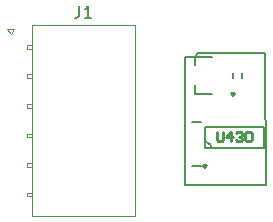
<source format=gto>
G75*
G70*
%OFA0B0*%
%FSLAX25Y25*%
%IPPOS*%
%LPD*%
%AMOC8*
5,1,8,0,0,1.08239X$1,22.5*
%
%ADD18C,0.00787*%
%ADD21C,0.00591*%
%ADD22C,0.00472*%
%ADD43C,0.00984*%
%ADD44C,0.00800*%
%ADD45C,0.01000*%
X0000000Y0000000D02*
%LPD*%
G01*
D21*
X0038825Y0078472D02*
X0038825Y0075660D01*
X0038825Y0075660D02*
X0038638Y0075097D01*
X0038638Y0075097D02*
X0038263Y0074722D01*
X0038263Y0074722D02*
X0037701Y0074535D01*
X0037701Y0074535D02*
X0037326Y0074535D01*
X0042762Y0074535D02*
X0040513Y0074535D01*
X0041638Y0074535D02*
X0041638Y0078472D01*
X0041638Y0078472D02*
X0041263Y0077909D01*
X0041263Y0077909D02*
X0040888Y0077534D01*
X0040888Y0077534D02*
X0040513Y0077347D01*
D18*
X0073868Y0061516D02*
X0073868Y0018602D01*
X0073868Y0018602D02*
X0100980Y0018602D01*
X0073868Y0061516D02*
X0073868Y0061516D01*
X0073868Y0061516D02*
X0077313Y0061516D01*
X0078396Y0062598D02*
X0077313Y0061516D01*
X0078396Y0062598D02*
X0100827Y0062598D01*
X0100827Y0062598D02*
X0100980Y0018602D01*
D22*
X0014744Y0070870D02*
X0015925Y0069199D01*
X0015925Y0069199D02*
X0017106Y0070870D01*
X0017106Y0070870D02*
X0014744Y0070870D01*
X0021280Y0065420D02*
X0021280Y0064239D01*
X0021280Y0064239D02*
X0023051Y0064239D01*
X0021280Y0055577D02*
X0021280Y0054396D01*
X0021280Y0054396D02*
X0023051Y0054396D01*
X0021280Y0045735D02*
X0021280Y0044554D01*
X0021280Y0044554D02*
X0023051Y0044554D01*
X0021280Y0035892D02*
X0021280Y0034711D01*
X0021280Y0034711D02*
X0023051Y0034711D01*
X0021280Y0026050D02*
X0021280Y0024869D01*
X0021280Y0024869D02*
X0023051Y0024869D01*
X0021280Y0016207D02*
X0021280Y0015026D01*
X0021280Y0015026D02*
X0023051Y0015026D01*
X0023051Y0072034D02*
X0023051Y0008412D01*
X0023051Y0065420D02*
X0021280Y0065420D01*
X0023051Y0064239D02*
X0023051Y0065420D01*
X0023051Y0055577D02*
X0021280Y0055577D01*
X0023051Y0054396D02*
X0023051Y0055577D01*
X0023051Y0045735D02*
X0021280Y0045735D01*
X0023051Y0044554D02*
X0023051Y0045735D01*
X0023051Y0035892D02*
X0021280Y0035892D01*
X0023051Y0034711D02*
X0023051Y0035892D01*
X0023051Y0026050D02*
X0021280Y0026050D01*
X0023051Y0024869D02*
X0023051Y0026050D01*
X0023051Y0016207D02*
X0021280Y0016207D01*
X0023051Y0015026D02*
X0023051Y0016207D01*
X0023051Y0008412D02*
X0057224Y0008412D01*
X0057224Y0072034D02*
X0023051Y0072034D01*
X0057224Y0008412D02*
X0057224Y0072034D01*
X0073474Y0062992D02*
G01*
G75*
D43*
X0089911Y0048720D02*
X0090337Y0049459D01*
X0089485Y0049459D01*
X0089911Y0048720D01*
X0080462Y0024626D02*
X0080888Y0025364D01*
X0080036Y0025364D01*
X0080462Y0024626D01*
D18*
X0082805Y0031122D02*
X0082541Y0032106D01*
X0081820Y0032827D01*
X0080836Y0033090D01*
X0073868Y0061516D02*
X0077313Y0061516D01*
X0073868Y0018602D02*
X0100979Y0018602D01*
X0100826Y0062598D02*
X0100979Y0018602D01*
X0078395Y0062598D02*
X0100826Y0062598D01*
X0078395Y0062598D02*
X0077313Y0061516D01*
X0073868Y0061516D02*
X0073868Y0061516D01*
X0073868Y0018602D01*
X0077234Y0061319D02*
X0077234Y0058661D01*
X0077234Y0051968D02*
X0077234Y0049114D01*
X0083041Y0049114D01*
X0077234Y0061319D02*
X0083041Y0061319D01*
X0100443Y0038110D02*
X0100443Y0031023D01*
X0080757Y0038110D02*
X0080757Y0031023D01*
X0080757Y0038110D02*
X0100443Y0038110D01*
X0080757Y0031023D02*
X0100443Y0031023D01*
X0076230Y0025197D02*
X0079183Y0025197D01*
X0076427Y0039764D02*
X0079380Y0039764D01*
D44*
X0089911Y0056102D02*
X0089911Y0054527D01*
X0092847Y0056098D02*
X0092847Y0054523D01*
D45*
X0084631Y0036436D02*
X0084631Y0033812D01*
X0085156Y0033288D01*
X0086205Y0033288D01*
X0086730Y0033812D01*
X0086730Y0036436D01*
X0089354Y0033288D02*
X0089354Y0036436D01*
X0087779Y0034862D01*
X0089878Y0034862D01*
X0090928Y0035911D02*
X0091453Y0036436D01*
X0092502Y0036436D01*
X0093027Y0035911D01*
X0093027Y0035387D01*
X0092502Y0034862D01*
X0091978Y0034862D01*
X0092502Y0034862D01*
X0093027Y0034337D01*
X0093027Y0033812D01*
X0092502Y0033288D01*
X0091453Y0033288D01*
X0090928Y0033812D01*
X0094077Y0035911D02*
X0094601Y0036436D01*
X0095651Y0036436D01*
X0096176Y0035911D01*
X0096176Y0033812D01*
X0095651Y0033288D01*
X0094601Y0033288D01*
X0094077Y0033812D01*
X0094077Y0035911D01*
M02*

</source>
